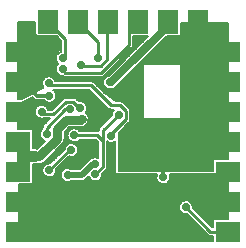
<source format=gbl>
G04 DipTrace 2.4.0.2*
%INUSBBiPower3.gbl*%
%MOIN*%
%ADD14C,0.02*%
%ADD15C,0.03*%
%ADD16C,0.012*%
%ADD18C,0.025*%
%ADD20C,0.035*%
%ADD21C,0.01*%
%ADD23C,0.006*%
%ADD25R,0.08X0.0669*%
%ADD26R,0.0669X0.08*%
%ADD41C,0.028*%
%ADD61C,0.028*%
%FSLAX44Y44*%
G04*
G70*
G90*
G75*
G01*
%LNBottom*%
%LPD*%
X4515Y6799D2*
D15*
X4657D1*
X5251Y7393D1*
Y7721D1*
X5545Y8015D1*
X6023D1*
X6066Y8058D1*
X4515Y6799D2*
D20*
X4088D1*
Y7293D1*
X3937D1*
X4515Y6799D2*
D16*
X4082D1*
X3982Y6698D1*
Y6293D1*
X3937D1*
X4970Y9237D2*
D21*
X5011D1*
X5083Y9165D1*
X6380D1*
X7041Y8504D1*
X7341D1*
X7546Y8299D1*
Y8030D1*
X7022Y7506D1*
X7042Y7487D1*
X5433Y10066D2*
X5521D1*
Y10709D1*
X4937Y11293D1*
X5725Y7016D2*
X5663D1*
X4981Y6335D1*
X4899Y7538D2*
Y7752D1*
X5515Y8368D1*
X5675D1*
X3937Y4293D2*
D16*
X4270D1*
Y5293D1*
Y5232D1*
X5496Y6458D1*
X5633D1*
X6243Y7068D1*
X6424Y7248D1*
Y7285D1*
X3937Y5293D2*
X4270D1*
X4473Y4140D2*
X4355D1*
Y4210D1*
X4272Y4293D1*
X5015Y8473D2*
X5352Y8810D1*
X6193D1*
X6406Y8597D1*
Y8426D1*
X3937Y8293D2*
Y8164D1*
X3723Y8378D1*
X4431D1*
X4608Y8555D1*
X4933D1*
X5015Y8473D1*
X8067Y5733D2*
X8163D1*
X8514Y5383D1*
X8908D1*
X10026D1*
X10937Y6293D1*
X10026Y5383D2*
X10116Y5293D1*
X10937D1*
X9648Y5731D2*
D21*
X9256D1*
X8908Y5383D1*
X6446Y7093D2*
D16*
X6373D1*
X6268Y7198D1*
D21*
X6196D1*
X6091Y7093D1*
X6268Y7198D2*
Y7068D1*
X6243D1*
X6386Y7906D2*
D18*
Y7985D1*
X6406Y8005D1*
Y8338D1*
X6450Y8382D1*
X6406Y8426D1*
X7008Y9263D2*
X7046D1*
X9076Y11293D1*
X8937D1*
X5819Y7505D2*
D21*
X6586D1*
X6767Y7323D1*
Y6441D1*
X6523Y6196D1*
X7295Y8193D2*
X6767Y7666D1*
Y7323D1*
X6618Y10085D2*
Y10612D1*
X5937Y11293D1*
X6058Y9847D2*
Y9813D1*
X6700D1*
X6916Y10029D1*
Y11314D1*
X6937Y11293D1*
X5432Y9702D2*
Y9678D1*
X5515Y9594D1*
X6712D1*
X7636Y10518D1*
Y11293D1*
X7937D1*
X10937Y4293D2*
X10349D1*
X9535Y5107D1*
X5592Y6177D2*
D14*
X6072D1*
X6431Y6536D1*
X6504D1*
X6020Y8408D2*
D21*
Y8383D1*
X5784Y8618D1*
X5530D1*
X5122Y8209D1*
X4810D1*
X4727Y8292D1*
X4991Y8821D2*
D16*
X4584D1*
X4112Y9293D1*
X3937D1*
X7928Y8943D2*
Y9385D1*
X7964Y9421D1*
X10219Y9756D2*
Y9799D1*
X9805Y10213D1*
X9324D1*
X9288Y10249D1*
X8715D1*
X8443Y9977D1*
X3937Y10293D2*
X4460D1*
X4599Y10154D1*
Y10332D1*
X4859Y10591D1*
X4631D1*
X4210Y11012D1*
X8786Y6103D2*
Y6962D1*
X7896Y7853D1*
Y8467D1*
X7914Y8486D1*
D61*
X8786Y6103D3*
X7042Y7487D3*
X6058Y9847D3*
X5432Y9702D3*
X4991Y8821D3*
X7421Y6073D3*
X4970Y9237D3*
X8067Y5733D3*
X7298Y5096D3*
X4851Y5132D3*
X4516Y5254D3*
X9033Y4464D3*
X7008Y9263D3*
X5015Y8473D3*
X9648Y5731D3*
X6020Y8408D3*
X4473Y4140D3*
X6406Y8426D3*
X5543Y4640D3*
X7118Y4628D3*
X5675Y8368D3*
X4727Y8292D3*
X4899Y7538D3*
X6301Y5193D3*
X9535Y5107D3*
X6504Y6536D3*
X5592Y6177D3*
X6523Y6196D3*
X4981Y6335D3*
X5725Y7016D3*
X5819Y7505D3*
X4515Y6799D3*
X6066Y8058D3*
X6386Y7906D3*
X7295Y8193D3*
X6618Y10085D3*
X5433Y10066D3*
X9805Y10213D3*
X10176Y10527D3*
X9288Y10249D3*
X10219Y9756D3*
Y9321D3*
X10240Y8850D3*
X10162Y8379D3*
X4859Y10591D3*
X4210Y11012D3*
X4599Y10154D3*
X7964Y9421D3*
X8443Y9977D3*
X7928Y8943D3*
X7914Y8486D3*
X10212Y7395D3*
X10752Y11063D3*
X5167Y8978D2*
D23*
X6361D1*
X5207Y8919D2*
X6419D1*
X5225Y8861D2*
X6477D1*
X5228Y8802D2*
X6535D1*
X4390Y8744D2*
X4440D1*
X5215D2*
X5458D1*
X5856D2*
X6594D1*
X4276Y8685D2*
X4509D1*
X5185D2*
X5390D1*
X5924D2*
X6653D1*
X4162Y8627D2*
X4857D1*
X5123D2*
X5332D1*
X6102D2*
X6711D1*
X4048Y8568D2*
X5273D1*
X6193D2*
X6770D1*
X3964Y8510D2*
X4639D1*
X4815D2*
X5215D1*
X6234D2*
X6828D1*
X3964Y8451D2*
X4551D1*
X4902D2*
X5156D1*
X6254D2*
X6887D1*
X3964Y8393D2*
X4511D1*
X4942D2*
X5098D1*
X6258D2*
X6947D1*
X3964Y8334D2*
X4492D1*
X6245D2*
X7104D1*
X3964Y8275D2*
X4490D1*
X6216D2*
X7072D1*
X3964Y8217D2*
X4501D1*
X6255D2*
X7058D1*
X3964Y8158D2*
X4531D1*
X6292D2*
X7053D1*
X3964Y8100D2*
X4591D1*
X6310D2*
X6995D1*
X3964Y8041D2*
X4981D1*
X6314D2*
X6936D1*
X3964Y7983D2*
X4923D1*
X6302D2*
X6878D1*
X3964Y7924D2*
X4865D1*
X6273D2*
X6819D1*
X3964Y7866D2*
X4806D1*
X6222D2*
X6761D1*
X3964Y7807D2*
X4763D1*
X6153D2*
X6702D1*
X3964Y7749D2*
X4751D1*
X5627D2*
X6646D1*
X4435Y7690D2*
X4718D1*
X5568D2*
X5673D1*
X5965D2*
X6621D1*
X4435Y7632D2*
X4681D1*
X5510D2*
X5619D1*
X4435Y7573D2*
X4664D1*
X5499D2*
X5591D1*
X4435Y7515D2*
X4663D1*
X5499D2*
X5582D1*
X4435Y7456D2*
X4676D1*
X5499D2*
X5586D1*
X4435Y7398D2*
X4708D1*
X5499D2*
X5607D1*
X4435Y7339D2*
X4774D1*
X5493D2*
X5651D1*
X5988D2*
X6545D1*
X4435Y7280D2*
X4790D1*
X5471D2*
X5753D1*
X5885D2*
X6603D1*
X4435Y7222D2*
X4732D1*
X5428D2*
X5612D1*
X5839D2*
X6620D1*
X6916D2*
X7175D1*
X4435Y7163D2*
X4673D1*
X5370D2*
X5540D1*
X5911D2*
X6620D1*
X6916D2*
X7175D1*
X4435Y7105D2*
X4614D1*
X5311D2*
X5504D1*
X5945D2*
X6620D1*
X6916D2*
X7175D1*
X5252Y7046D2*
X5486D1*
X5961D2*
X6620D1*
X6916D2*
X7176D1*
X5194Y6988D2*
X5427D1*
X5961D2*
X6620D1*
X6916D2*
X7176D1*
X5136Y6929D2*
X5369D1*
X5946D2*
X6620D1*
X6916D2*
X7176D1*
X5078Y6871D2*
X5311D1*
X5912D2*
X6620D1*
X6916D2*
X7176D1*
X5019Y6812D2*
X5252D1*
X5842D2*
X6620D1*
X6916D2*
X7177D1*
X4960Y6754D2*
X5194D1*
X5608D2*
X6417D1*
X6916D2*
X7177D1*
X4902Y6695D2*
X5135D1*
X5549D2*
X6317D1*
X6916D2*
X7177D1*
X4843Y6637D2*
X5076D1*
X5491D2*
X6254D1*
X6916D2*
X7178D1*
X4762Y6578D2*
X5018D1*
X5432D2*
X6195D1*
X6916D2*
X7178D1*
X4435Y6520D2*
X4835D1*
X5373D2*
X6136D1*
X6916D2*
X7178D1*
X4435Y6461D2*
X4780D1*
X5315D2*
X6078D1*
X6916D2*
X7178D1*
X4435Y6403D2*
X4753D1*
X5256D2*
X5530D1*
X5654D2*
X6019D1*
X6910D2*
X7179D1*
X4435Y6344D2*
X4743D1*
X5220D2*
X5425D1*
X6878D2*
X7179D1*
X4435Y6285D2*
X4749D1*
X5214D2*
X5381D1*
X6820D2*
X7179D1*
X4435Y6227D2*
X4770D1*
X5193D2*
X5359D1*
X6761D2*
X7180D1*
X4435Y6168D2*
X4813D1*
X5150D2*
X5355D1*
X6759D2*
X8557D1*
X9015D2*
X10941D1*
X4435Y6110D2*
X4918D1*
X5045D2*
X5364D1*
X6745D2*
X8548D1*
X9024D2*
X10941D1*
X4435Y6051D2*
X5391D1*
X6224D2*
X6334D1*
X6710D2*
X8553D1*
X9019D2*
X10941D1*
X4435Y5993D2*
X5445D1*
X6132D2*
X6404D1*
X6641D2*
X8576D1*
X8996D2*
X10941D1*
X4435Y5934D2*
X8621D1*
X8952D2*
X10941D1*
X4435Y5876D2*
X8731D1*
X8841D2*
X10940D1*
X3966Y5817D2*
X10940D1*
X3966Y5759D2*
X10940D1*
X3966Y5700D2*
X10940D1*
X3966Y5642D2*
X10940D1*
X3966Y5583D2*
X10940D1*
X3966Y5525D2*
X10940D1*
X3966Y5466D2*
X10940D1*
X3966Y5408D2*
X10940D1*
X3966Y5349D2*
X10940D1*
X3966Y5290D2*
X9386D1*
X9684D2*
X10940D1*
X3966Y5232D2*
X9333D1*
X9737D2*
X10939D1*
X3966Y5173D2*
X9307D1*
X9764D2*
X10939D1*
X3966Y5115D2*
X9298D1*
X9773D2*
X10939D1*
X3966Y5056D2*
X9302D1*
X9793D2*
X10939D1*
X3966Y4998D2*
X9325D1*
X9852D2*
X10939D1*
X3966Y4939D2*
X9369D1*
X9911D2*
X10939D1*
X3967Y4881D2*
X9479D1*
X9969D2*
X10938D1*
X3967Y4822D2*
X9614D1*
X10028D2*
X10938D1*
X3967Y4764D2*
X9672D1*
X10086D2*
X10938D1*
X3967Y4705D2*
X9730D1*
X10145D2*
X10446D1*
X3967Y4647D2*
X9788D1*
X10203D2*
X10446D1*
X3967Y4588D2*
X9847D1*
X10261D2*
X10446D1*
X3967Y4530D2*
X9906D1*
X10320D2*
X10446D1*
X3967Y4471D2*
X9964D1*
X10378D2*
X10446D1*
X3967Y4412D2*
X10023D1*
X3967Y4354D2*
X10081D1*
X3967Y4295D2*
X10140D1*
X3967Y4237D2*
X10199D1*
X3967Y4178D2*
X10260D1*
X3967Y4120D2*
X10446D1*
X3967Y4061D2*
X10446D1*
X3967Y4003D2*
X10446D1*
X5970Y8634D2*
X6002Y8639D1*
X6032Y8640D1*
X6062Y8636D1*
X6091Y8629D1*
X6118Y8618D1*
X6145Y8603D1*
X6169Y8586D1*
X6190Y8565D1*
X6209Y8542D1*
X6225Y8516D1*
X6237Y8489D1*
X6246Y8461D1*
X6251Y8431D1*
X6252Y8408D1*
X6250Y8378D1*
X6244Y8349D1*
X6235Y8320D1*
X6222Y8293D1*
X6199Y8260D1*
X6221Y8244D1*
X6243Y8223D1*
X6262Y8200D1*
X6278Y8175D1*
X6291Y8148D1*
X6300Y8120D1*
X6306Y8090D1*
X6308Y8060D1*
X6306Y8031D1*
X6301Y8001D1*
X6292Y7973D1*
X6280Y7945D1*
X6265Y7920D1*
X6237Y7887D1*
X6172Y7824D1*
X6147Y7807D1*
X6121Y7793D1*
X6093Y7783D1*
X6063Y7776D1*
X6036Y7773D1*
X5646D1*
X5493Y7620D1*
Y7393D1*
X5491Y7363D1*
X5486Y7334D1*
X5477Y7305D1*
X5464Y7278D1*
X5449Y7253D1*
X5431Y7231D1*
X4828Y6627D1*
X4806Y6608D1*
X4781Y6591D1*
X4754Y6577D1*
X4726Y6567D1*
X4697Y6560D1*
X4670Y6557D1*
X4628Y6556D1*
X4576Y6539D1*
X4547Y6533D1*
X4485Y6531D1*
X4429Y6532D1*
Y5866D1*
X3959D1*
X3960Y5580D1*
X3961Y3973D1*
X10451Y3983D1*
Y4152D1*
X10349Y4151D1*
X10320Y4154D1*
X10291Y4163D1*
X10270Y4175D1*
X10227Y4214D1*
X9564Y4877D1*
X9541Y4875D1*
X9511Y4876D1*
X9482Y4881D1*
X9453Y4890D1*
X9426Y4902D1*
X9400Y4918D1*
X9377Y4937D1*
X9357Y4959D1*
X9339Y4983D1*
X9325Y5009D1*
X9314Y5037D1*
X9307Y5066D1*
X9303Y5096D1*
X9304Y5126D1*
X9308Y5155D1*
X9316Y5184D1*
X9328Y5211D1*
X9343Y5237D1*
X9361Y5261D1*
X9382Y5282D1*
X9406Y5300D1*
X9432Y5315D1*
X9459Y5327D1*
X9488Y5335D1*
X9518Y5339D1*
X9548D1*
X9577Y5336D1*
X9606Y5329D1*
X9634Y5318D1*
X9660Y5303D1*
X9684Y5286D1*
X9706Y5265D1*
X9725Y5242D1*
X9740Y5216D1*
X9753Y5189D1*
X9761Y5160D1*
X9766Y5131D1*
Y5078D1*
X10409Y4436D1*
X10451D1*
Y4720D1*
X10944D1*
Y4971D1*
X10948Y6197D1*
X8998Y6199D1*
X9012Y6156D1*
X9017Y6126D1*
X9018Y6103D1*
X9016Y6073D1*
X9011Y6043D1*
X9001Y6015D1*
X8988Y5988D1*
X8972Y5963D1*
X8952Y5940D1*
X8930Y5920D1*
X8906Y5903D1*
X8879Y5890D1*
X8851Y5880D1*
X8822Y5873D1*
X8792Y5870D1*
X8762Y5872D1*
X8733Y5877D1*
X8704Y5885D1*
X8677Y5898D1*
X8651Y5913D1*
X8628Y5932D1*
X8608Y5954D1*
X8590Y5978D1*
X8576Y6004D1*
X8565Y6032D1*
X8557Y6061D1*
X8554Y6091D1*
Y6121D1*
X8559Y6150D1*
X8567Y6179D1*
X8575Y6199D1*
X7215Y6201D1*
X7190Y6215D1*
X7185Y6230D1*
X7180Y7301D1*
X7161Y7287D1*
X7135Y7274D1*
X7107Y7264D1*
X7078Y7257D1*
X7048Y7254D1*
X7018Y7256D1*
X6988Y7261D1*
X6960Y7269D1*
X6933Y7282D1*
X6910Y7296D1*
Y6441D1*
X6907Y6411D1*
X6897Y6382D1*
X6886Y6362D1*
X6847Y6319D1*
X6754Y6226D1*
X6755Y6196D1*
X6753Y6166D1*
X6747Y6137D1*
X6738Y6108D1*
X6725Y6081D1*
X6708Y6056D1*
X6689Y6034D1*
X6667Y6014D1*
X6642Y5997D1*
X6616Y5983D1*
X6587Y5973D1*
X6558Y5966D1*
X6528Y5964D1*
X6499Y5965D1*
X6469Y5970D1*
X6441Y5979D1*
X6413Y5991D1*
X6388Y6007D1*
X6365Y6025D1*
X6344Y6047D1*
X6326Y6071D1*
X6312Y6098D1*
X6299Y6134D1*
X6208Y6041D1*
X6185Y6022D1*
X6160Y6006D1*
X6132Y5995D1*
X6103Y5987D1*
X6042Y5985D1*
X5721D1*
X5685Y5964D1*
X5657Y5954D1*
X5628Y5948D1*
X5598Y5945D1*
X5568Y5946D1*
X5539Y5951D1*
X5510Y5960D1*
X5483Y5972D1*
X5457Y5988D1*
X5434Y6007D1*
X5414Y6029D1*
X5396Y6053D1*
X5382Y6079D1*
X5371Y6107D1*
X5364Y6136D1*
X5360Y6165D1*
X5361Y6195D1*
X5365Y6225D1*
X5373Y6254D1*
X5384Y6281D1*
X5400Y6307D1*
X5418Y6331D1*
X5439Y6352D1*
X5463Y6370D1*
X5489Y6385D1*
X5516Y6397D1*
X5545Y6405D1*
X5575Y6409D1*
X5604D1*
X5634Y6406D1*
X5663Y6398D1*
X5691Y6387D1*
X5722Y6369D1*
X5993Y6370D1*
X6148Y6525D1*
X6295Y6672D1*
X6318Y6692D1*
X6340Y6706D1*
X6351Y6711D1*
X6374Y6729D1*
X6400Y6744D1*
X6428Y6756D1*
X6457Y6764D1*
X6486Y6768D1*
X6516D1*
X6546Y6765D1*
X6575Y6758D1*
X6603Y6747D1*
X6625Y6734D1*
X6624Y7265D1*
X6526Y7362D1*
X6003D1*
X5986Y7343D1*
X5963Y7322D1*
X5939Y7305D1*
X5912Y7292D1*
X5884Y7282D1*
X5855Y7275D1*
X5825Y7272D1*
X5795Y7274D1*
X5766Y7279D1*
X5737Y7287D1*
X5710Y7300D1*
X5685Y7315D1*
X5661Y7334D1*
X5641Y7356D1*
X5623Y7380D1*
X5609Y7406D1*
X5598Y7434D1*
X5591Y7463D1*
X5587Y7493D1*
X5588Y7523D1*
X5592Y7552D1*
X5600Y7581D1*
X5612Y7609D1*
X5627Y7635D1*
X5645Y7658D1*
X5666Y7679D1*
X5690Y7698D1*
X5716Y7713D1*
X5743Y7724D1*
X5772Y7732D1*
X5802Y7736D1*
X5832Y7737D1*
X5861Y7733D1*
X5890Y7726D1*
X5918Y7715D1*
X5944Y7701D1*
X5968Y7683D1*
X5990Y7662D1*
X6002Y7647D1*
X6586D1*
X6610Y7645D1*
X6625Y7652D1*
X6628Y7695D1*
X6637Y7724D1*
X6649Y7744D1*
X6688Y7787D1*
X7064Y8164D1*
X7063Y8211D1*
X7068Y8241D1*
X7076Y8270D1*
X7087Y8297D1*
X7102Y8323D1*
X7121Y8347D1*
X7136Y8362D1*
X7041D1*
X7011Y8365D1*
X6983Y8374D1*
X6962Y8385D1*
X6919Y8424D1*
X6320Y9023D1*
X5106D1*
X5140Y8999D1*
X5161Y8978D1*
X5180Y8955D1*
X5196Y8930D1*
X5208Y8903D1*
X5217Y8874D1*
X5222Y8844D1*
X5223Y8821D1*
X5221Y8791D1*
X5215Y8762D1*
X5206Y8733D1*
X5193Y8707D1*
X5176Y8682D1*
X5157Y8659D1*
X5135Y8639D1*
X5110Y8622D1*
X5083Y8608D1*
X5055Y8598D1*
X5026Y8591D1*
X4996Y8589D1*
X4966Y8590D1*
X4937Y8595D1*
X4908Y8604D1*
X4881Y8616D1*
X4856Y8632D1*
X4833Y8651D1*
X4815Y8669D1*
X4584D1*
X4554Y8672D1*
X4526Y8680D1*
X4499Y8694D1*
X4476Y8713D1*
X4426Y8764D1*
X3958Y8525D1*
Y8303D1*
Y7721D1*
X4429Y7720D1*
Y7067D1*
X4515Y7066D1*
X4545Y7064D1*
X4575Y7059D1*
X4831Y7316D1*
X4790Y7333D1*
X4765Y7349D1*
X4741Y7368D1*
X4721Y7389D1*
X4703Y7414D1*
X4689Y7440D1*
X4678Y7468D1*
X4671Y7497D1*
X4667Y7526D1*
X4668Y7556D1*
X4672Y7586D1*
X4680Y7615D1*
X4692Y7642D1*
X4707Y7668D1*
X4725Y7692D1*
X4757Y7721D1*
Y7752D1*
X4760Y7782D1*
X4769Y7810D1*
X4781Y7831D1*
X4820Y7874D1*
X5012Y8067D1*
X4809D1*
X4789Y8069D1*
X4762Y8063D1*
X4733Y8060D1*
X4703Y8061D1*
X4673Y8066D1*
X4645Y8075D1*
X4617Y8087D1*
X4592Y8103D1*
X4569Y8122D1*
X4548Y8144D1*
X4531Y8168D1*
X4516Y8194D1*
X4505Y8222D1*
X4498Y8251D1*
X4495Y8281D1*
Y8310D1*
X4499Y8340D1*
X4507Y8369D1*
X4519Y8396D1*
X4534Y8422D1*
X4552Y8446D1*
X4574Y8467D1*
X4597Y8485D1*
X4623Y8500D1*
X4651Y8512D1*
X4680Y8520D1*
X4709Y8524D1*
X4739D1*
X4769Y8521D1*
X4798Y8514D1*
X4826Y8503D1*
X4852Y8488D1*
X4876Y8470D1*
X4898Y8450D1*
X4916Y8427D1*
X4932Y8401D1*
X4944Y8374D1*
X4951Y8351D1*
X5063Y8352D1*
X5430Y8718D1*
X5453Y8737D1*
X5479Y8751D1*
X5502Y8757D1*
X5560Y8760D1*
X5784D1*
X5814Y8757D1*
X5843Y8748D1*
X5863Y8736D1*
X5906Y8697D1*
X5969Y8634D1*
X5212Y6305D2*
X5206Y6276D1*
X5197Y6247D1*
X5184Y6220D1*
X5167Y6195D1*
X5148Y6173D1*
X5126Y6153D1*
X5101Y6136D1*
X5074Y6122D1*
X5046Y6112D1*
X5017Y6105D1*
X4987Y6103D1*
X4957Y6104D1*
X4928Y6109D1*
X4899Y6117D1*
X4872Y6130D1*
X4847Y6146D1*
X4824Y6164D1*
X4803Y6186D1*
X4785Y6210D1*
X4771Y6236D1*
X4760Y6264D1*
X4753Y6293D1*
X4749Y6323D1*
X4750Y6353D1*
X4754Y6383D1*
X4762Y6411D1*
X4774Y6439D1*
X4789Y6465D1*
X4807Y6488D1*
X4828Y6509D1*
X4852Y6528D1*
X4878Y6543D1*
X4905Y6554D1*
X4934Y6562D1*
X4964Y6566D1*
X5010Y6565D1*
X5473Y7028D1*
X5495Y7050D1*
X5506Y7093D1*
X5517Y7120D1*
X5532Y7146D1*
X5551Y7170D1*
X5572Y7191D1*
X5596Y7209D1*
X5621Y7224D1*
X5649Y7236D1*
X5678Y7244D1*
X5707Y7248D1*
X5737D1*
X5767Y7245D1*
X5796Y7237D1*
X5824Y7226D1*
X5850Y7212D1*
X5874Y7194D1*
X5896Y7174D1*
X5915Y7150D1*
X5930Y7125D1*
X5943Y7098D1*
X5951Y7069D1*
X5956Y7040D1*
X5957Y7016D1*
X5955Y6986D1*
X5950Y6957D1*
X5940Y6929D1*
X5927Y6902D1*
X5911Y6877D1*
X5891Y6854D1*
X5869Y6834D1*
X5845Y6817D1*
X5818Y6803D1*
X5790Y6793D1*
X5761Y6787D1*
X5731Y6784D1*
X5701Y6785D1*
X5671Y6790D1*
X5646Y6798D1*
X5211Y6363D1*
X5214Y6335D1*
X5212Y6305D1*
X3962Y11210D2*
X4504D1*
X9370D2*
X10947D1*
X3962Y11152D2*
X4504D1*
X9370D2*
X10947D1*
X3962Y11093D2*
X4504D1*
X9370D2*
X10947D1*
X3962Y11035D2*
X4504D1*
X9370D2*
X10947D1*
X3962Y10976D2*
X4504D1*
X9370D2*
X10947D1*
X3962Y10917D2*
X4504D1*
X9370D2*
X10947D1*
X3962Y10859D2*
X4511D1*
X9370D2*
X10947D1*
X3962Y10800D2*
X5223D1*
X7784D2*
X8270D1*
X8896D2*
X10947D1*
X3962Y10742D2*
X5281D1*
X7784D2*
X8211D1*
X8838D2*
X10947D1*
X3962Y10683D2*
X5340D1*
X7784D2*
X8153D1*
X8780D2*
X10947D1*
X3962Y10625D2*
X5373D1*
X7784D2*
X8094D1*
X8721D2*
X10947D1*
X3962Y10566D2*
X5373D1*
X7784D2*
X8036D1*
X8662D2*
X10947D1*
X3962Y10508D2*
X5373D1*
X7784D2*
X7978D1*
X8604D2*
X10947D1*
X3962Y10449D2*
X5373D1*
X7766D2*
X7919D1*
X8545D2*
X10947D1*
X3962Y10391D2*
X5373D1*
X7716D2*
X7861D1*
X8487D2*
X10947D1*
X3962Y10332D2*
X5373D1*
X7657D2*
X7802D1*
X8428D2*
X10947D1*
X3962Y10274D2*
X5323D1*
X7598D2*
X7744D1*
X8370D2*
X10947D1*
X3962Y10215D2*
X5249D1*
X7540D2*
X7685D1*
X8311D2*
X10947D1*
X3962Y10157D2*
X5214D1*
X7481D2*
X7626D1*
X8252D2*
X10947D1*
X3962Y10098D2*
X5197D1*
X7423D2*
X7568D1*
X8194D2*
X10947D1*
X3962Y10040D2*
X5197D1*
X7364D2*
X7509D1*
X8135D2*
X10947D1*
X3962Y9981D2*
X5211D1*
X7305D2*
X7451D1*
X8077D2*
X10947D1*
X3962Y9923D2*
X5245D1*
X7247D2*
X7392D1*
X8019D2*
X10947D1*
X3962Y9864D2*
X5260D1*
X7188D2*
X7333D1*
X7960D2*
X8108D1*
X9392D2*
X10947D1*
X3962Y9805D2*
X5218D1*
X7130D2*
X7275D1*
X7902D2*
X8108D1*
X9392D2*
X10947D1*
X3962Y9747D2*
X5198D1*
X7071D2*
X7216D1*
X7843D2*
X8108D1*
X9392D2*
X10947D1*
X3962Y9688D2*
X5194D1*
X7012D2*
X7158D1*
X7785D2*
X8108D1*
X9392D2*
X10947D1*
X3962Y9630D2*
X5205D1*
X6954D2*
X7100D1*
X7726D2*
X8108D1*
X9392D2*
X10947D1*
X3962Y9571D2*
X5234D1*
X6896D2*
X7041D1*
X7667D2*
X8108D1*
X9392D2*
X10947D1*
X3962Y9513D2*
X5291D1*
X6838D2*
X6983D1*
X7609D2*
X8108D1*
X9392D2*
X10947D1*
X3962Y9454D2*
X4882D1*
X5058D2*
X5485D1*
X6742D2*
X6871D1*
X7550D2*
X8108D1*
X9392D2*
X10947D1*
X3962Y9396D2*
X4795D1*
X5145D2*
X6812D1*
X7492D2*
X8108D1*
X9392D2*
X10947D1*
X3962Y9337D2*
X4755D1*
X5185D2*
X6782D1*
X7433D2*
X8108D1*
X9392D2*
X10947D1*
X3962Y9279D2*
X4736D1*
X6471D2*
X6770D1*
X7374D2*
X8108D1*
X9392D2*
X10947D1*
X3962Y9220D2*
X4732D1*
X6532D2*
X6773D1*
X7316D2*
X8108D1*
X9392D2*
X10947D1*
X3962Y9162D2*
X4744D1*
X6591D2*
X6793D1*
X7257D2*
X8108D1*
X9392D2*
X10947D1*
X3962Y9103D2*
X4774D1*
X6649D2*
X6833D1*
X7199D2*
X8108D1*
X9392D2*
X10947D1*
X3962Y9045D2*
X4698D1*
X6708D2*
X6923D1*
X7093D2*
X8108D1*
X9392D2*
X10947D1*
X3962Y8986D2*
X4584D1*
X6767D2*
X8108D1*
X9392D2*
X10947D1*
X3962Y8928D2*
X4469D1*
X6825D2*
X8108D1*
X9392D2*
X10947D1*
X3962Y8869D2*
X4355D1*
X6897D2*
X8108D1*
X9392D2*
X10947D1*
X3962Y8811D2*
X4241D1*
X6983D2*
X8108D1*
X9392D2*
X10947D1*
X3962Y8752D2*
X4127D1*
X7068D2*
X8108D1*
X9392D2*
X10947D1*
X7154Y8693D2*
X8108D1*
X9392D2*
X10947D1*
X7402Y8635D2*
X8108D1*
X9392D2*
X10947D1*
X7476Y8576D2*
X8108D1*
X9392D2*
X10947D1*
X7534Y8518D2*
X8108D1*
X9392D2*
X10947D1*
X7593Y8459D2*
X8108D1*
X9392D2*
X10947D1*
X7651Y8401D2*
X8108D1*
X9392D2*
X10947D1*
X7688Y8342D2*
X8108D1*
X9392D2*
X10947D1*
X7694Y8284D2*
X8108D1*
X9392D2*
X10947D1*
X7694Y8225D2*
X8108D1*
X9392D2*
X10947D1*
X7694Y8167D2*
X8108D1*
X9392D2*
X10947D1*
X7694Y8108D2*
X8108D1*
X9392D2*
X10947D1*
X7694Y8050D2*
X8108D1*
X9392D2*
X10947D1*
X7688Y7991D2*
X10947D1*
X7656Y7933D2*
X10947D1*
X7597Y7874D2*
X10947D1*
X7539Y7816D2*
X10947D1*
X7480Y7757D2*
X10947D1*
X7422Y7698D2*
X10947D1*
X7363Y7640D2*
X10947D1*
X7307Y7581D2*
X10947D1*
X7307Y7523D2*
X10947D1*
X7308Y7464D2*
X10947D1*
X7308Y7406D2*
X10947D1*
X7308Y7347D2*
X10947D1*
X7309Y7289D2*
X10947D1*
X7309Y7230D2*
X10947D1*
X7309Y7172D2*
X10947D1*
X7309Y7113D2*
X10947D1*
X7310Y7055D2*
X10947D1*
X7310Y6996D2*
X10947D1*
X7310Y6938D2*
X10947D1*
X7311Y6879D2*
X10947D1*
X7311Y6821D2*
X10947D1*
X7311Y6762D2*
X10947D1*
X7311Y6704D2*
X10438D1*
X7312Y6645D2*
X10438D1*
X7312Y6586D2*
X10438D1*
X7312Y6528D2*
X10438D1*
X7313Y6469D2*
X10438D1*
X7313Y6411D2*
X10438D1*
X7313Y6352D2*
X10438D1*
X9364Y11244D2*
Y10801D1*
X8892D1*
X8172Y10082D1*
X7199Y9109D1*
X7177Y9090D1*
X7152Y9073D1*
X7101Y9050D1*
X7073Y9040D1*
X7043Y9033D1*
X7014Y9031D1*
X6984Y9032D1*
X6954Y9037D1*
X6926Y9046D1*
X6898Y9058D1*
X6873Y9074D1*
X6850Y9092D1*
X6829Y9114D1*
X6812Y9138D1*
X6797Y9165D1*
X6786Y9192D1*
X6779Y9221D1*
X6776Y9251D1*
Y9281D1*
X6780Y9311D1*
X6788Y9339D1*
X6800Y9367D1*
X6815Y9393D1*
X6833Y9416D1*
X6855Y9438D1*
X6878Y9456D1*
X6904Y9471D1*
X6932Y9482D1*
X6967Y9491D1*
X8277Y10802D1*
X8095Y10801D1*
X7778D1*
Y10518D1*
X7775Y10489D1*
X7766Y10460D1*
X7754Y10440D1*
X7715Y10397D1*
X6812Y9494D1*
X6789Y9475D1*
X6763Y9461D1*
X6740Y9455D1*
X6682Y9452D1*
X5515D1*
X5486Y9455D1*
X5438Y9470D1*
X5408Y9471D1*
X5378Y9476D1*
X5350Y9485D1*
X5323Y9497D1*
X5297Y9513D1*
X5274Y9532D1*
X5253Y9553D1*
X5236Y9578D1*
X5221Y9604D1*
X5211Y9632D1*
X5203Y9661D1*
X5200Y9690D1*
Y9720D1*
X5205Y9750D1*
X5213Y9779D1*
X5224Y9806D1*
X5239Y9832D1*
X5258Y9856D1*
X5288Y9884D1*
X5255Y9918D1*
X5237Y9942D1*
X5223Y9968D1*
X5212Y9996D1*
X5205Y10025D1*
X5201Y10054D1*
X5202Y10084D1*
X5206Y10114D1*
X5214Y10143D1*
X5225Y10170D1*
X5241Y10196D1*
X5259Y10220D1*
X5280Y10241D1*
X5304Y10259D1*
X5330Y10274D1*
X5357Y10286D1*
X5380Y10292D1*
X5379Y10515D1*
X5378Y10651D1*
X5228Y10801D1*
X4602D1*
X4573Y10806D1*
X4547Y10820D1*
X4526Y10841D1*
X4514Y10868D1*
X4510Y10893D1*
Y11266D1*
X3955Y11269D1*
X3956Y11089D1*
Y8721D1*
X4072Y8720D1*
X4791Y9090D1*
X4774Y9113D1*
X4760Y9139D1*
X4749Y9167D1*
X4741Y9196D1*
X4738Y9225D1*
Y9255D1*
X4743Y9285D1*
X4751Y9314D1*
X4762Y9341D1*
X4777Y9367D1*
X4796Y9391D1*
X4817Y9412D1*
X4841Y9430D1*
X4866Y9445D1*
X4894Y9457D1*
X4923Y9465D1*
X4952Y9469D1*
X4982D1*
X5012Y9466D1*
X5041Y9458D1*
X5069Y9447D1*
X5095Y9433D1*
X5119Y9415D1*
X5141Y9395D1*
X5160Y9371D1*
X5175Y9346D1*
X5191Y9307D1*
X6130D1*
X6380D1*
X6410Y9304D1*
X6438Y9295D1*
X6459Y9284D1*
X6502Y9245D1*
X6849Y8897D1*
X7216Y8646D1*
X7341D1*
X7371Y8643D1*
X7399Y8634D1*
X7420Y8622D1*
X7463Y8583D1*
X7646Y8400D1*
X7665Y8377D1*
X7679Y8350D1*
X7685Y8327D1*
X7688Y8269D1*
Y8030D1*
X7685Y8000D1*
X7676Y7972D1*
X7664Y7951D1*
X7625Y7908D1*
X7301Y7583D1*
X7303Y7137D1*
X7307Y6322D1*
X10446Y6319D1*
X10445Y6495D1*
Y6720D1*
X10954Y6721D1*
X10953Y11237D1*
X9363Y11244D1*
X8145Y9868D2*
X9386D1*
Y8029D1*
X8115D1*
Y9868D1*
X8145D1*
D25*
X10937Y4293D3*
X3937Y9293D3*
X10937Y7293D3*
Y8293D3*
Y9293D3*
Y10293D3*
D26*
X8937Y11293D3*
D25*
X3937Y4293D3*
Y5293D3*
Y6293D3*
Y7293D3*
D26*
X9937Y11293D3*
D25*
X10937Y5293D3*
Y6293D3*
X3937Y8293D3*
Y10293D3*
D41*
X6446Y7093D3*
X6268Y7198D3*
X6091Y7093D3*
G36*
X4602Y11693D2*
X5272D1*
Y10893D1*
X4602D1*
Y11693D1*
G37*
D26*
X5937Y11293D3*
X6937D3*
X7937D3*
M02*

</source>
